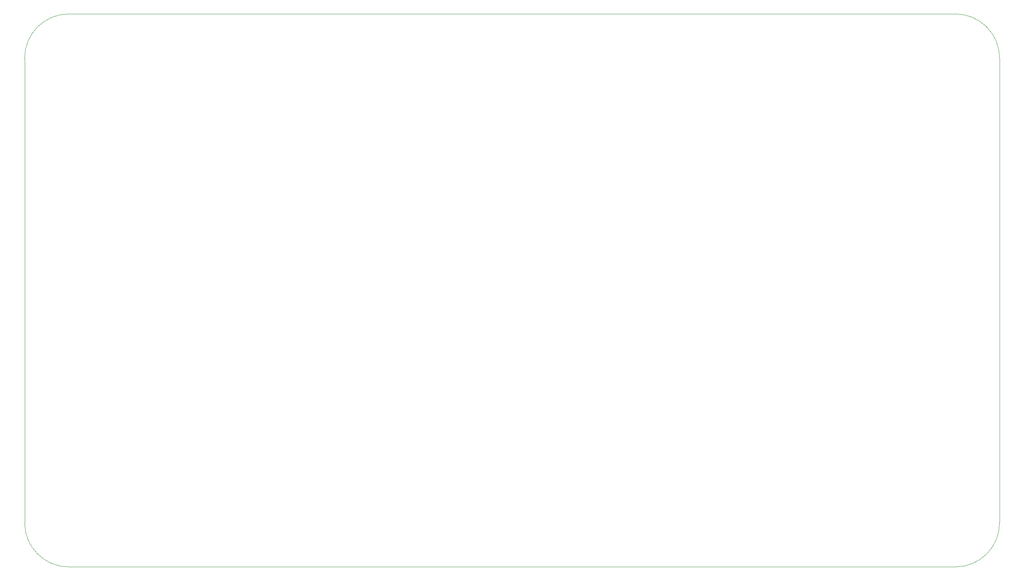
<source format=gm1>
G04 #@! TF.GenerationSoftware,KiCad,Pcbnew,(5.1.4)-1*
G04 #@! TF.CreationDate,2021-09-14T21:29:35-07:00*
G04 #@! TF.ProjectId,micro_hitbox_pcb,6d696372-6f5f-4686-9974-626f785f7063,rev?*
G04 #@! TF.SameCoordinates,Original*
G04 #@! TF.FileFunction,Profile,NP*
%FSLAX46Y46*%
G04 Gerber Fmt 4.6, Leading zero omitted, Abs format (unit mm)*
G04 Created by KiCad (PCBNEW (5.1.4)-1) date 2021-09-14 21:29:35*
%MOMM*%
%LPD*%
G04 APERTURE LIST*
%ADD10C,0.100000*%
G04 APERTURE END LIST*
D10*
X38828954Y-43478609D02*
X38828954Y-148478609D01*
X48828953Y-158478608D02*
G75*
G02X38828954Y-148478609I0J9999999D01*
G01*
X258828954Y-148478609D02*
X258828954Y-43478608D01*
X258828955Y-148478608D02*
G75*
G02X248828954Y-158478609I-10000001J0D01*
G01*
X48828954Y-158478609D02*
X248828954Y-158478609D01*
X38828954Y-43478608D02*
G75*
G02X48828953Y-33478609I9999999J0D01*
G01*
X248828954Y-33478609D02*
X48828953Y-33478609D01*
X248828952Y-33478608D02*
G75*
G02X258828954Y-43478608I1J-10000001D01*
G01*
M02*

</source>
